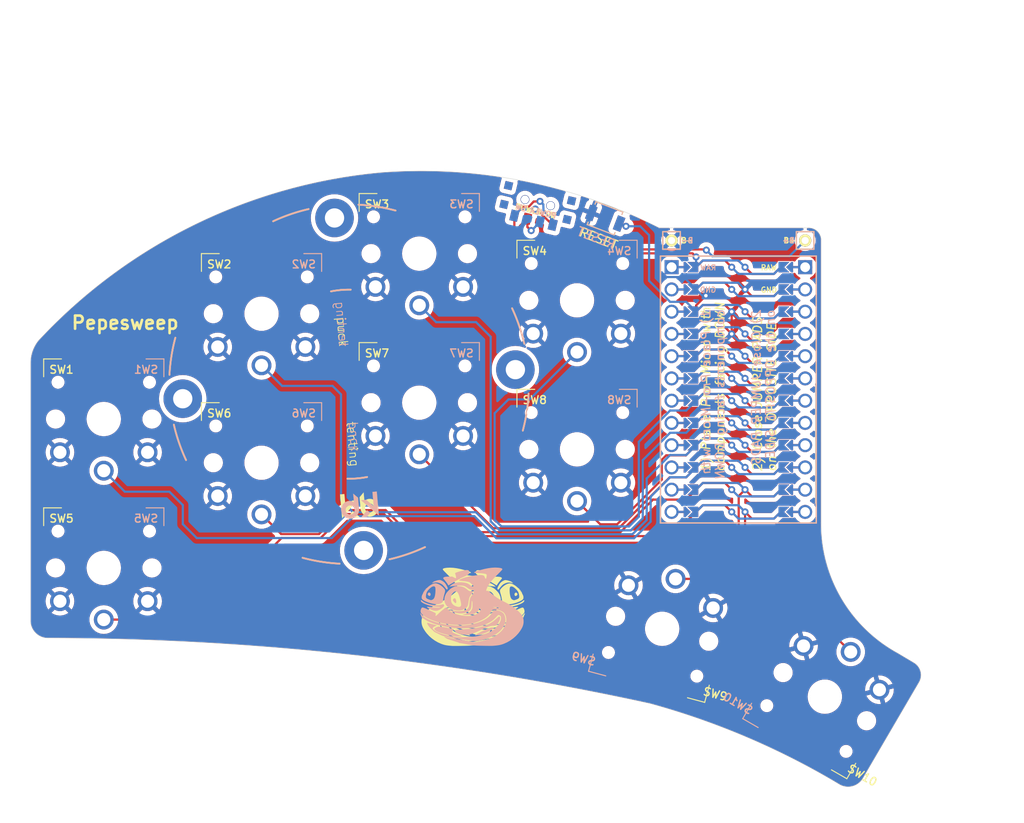
<source format=kicad_pcb>
(kicad_pcb (version 20221018) (generator pcbnew)
  (layers (0 "F.Cu" signal) (31 "B.Cu" signal) (34 "B.Paste" user) (35 "F.Paste" user) (36 "B.SilkS" user "B.Silkscreen") (37 "F.SilkS" user "F.Silkscreen") (38 "B.Mask" user) (39 "F.Mask" user) (44 "Edge.Cuts" user))
  (net 0 "")
  (net 1 "gnd")
  (net 2 "vcc")
  (net 3 "Switch18")
  (net 4 "reset")
  (net 5 "Switch1")
  (net 6 "Switch2")
  (net 7 "Switch3")
  (net 8 "Switch4")
  (net 9 "Switch5")
  (net 10 "Switch6")
  (net 11 "Switch7")
  (net 12 "Switch8")
  (net 13 "Switch9")
  (net 14 "Switch10")
  (net 15 "Switch11")
  (net 16 "Switch12")
  (net 17 "Switch13")
  (net 18 "Switch14")
  (net 19 "Switch15")
  (net 20 "Switch16")
  (net 21 "Switch17")
  (net 22 "raw")
  (net 23 "BT+_r")
  (net 24 "Net-(SW_POWERR1-Pad1)")
  (footprint "kbd:1pin_conn" (layer "F.Cu") (at 107.110289 42.697489)
    (fp_text reference "B+")
    (fp_text value "MountingHole_Pad" hide)
  )
  (footprint "kbd:1pin_conn" (layer "F.Cu") (at 91.870289 42.697489)
    (fp_text reference "B-")
    (fp_text value "MountingHole_Pad" hide)
  )
  (footprint "* duckyb-collection:SW_PG1350_rev_DPB" (layer "F.Cu") (at 27.08 63.08)
    (fp_text reference "SW1" hide)
    (fp_text value "SW_Push" hide)
  )
  (footprint "* duckyb-collection:SW_PG1350_rev_DPB" (layer "F.Cu") (at 45.08 51.054)
    (fp_text reference "SW2" hide)
    (fp_text value "SW_Push" hide)
  )
  (footprint "* duckyb-collection:SW_PG1350_rev_DPB" (layer "F.Cu") (at 63.08 44.196)
    (fp_text reference "SW3" hide)
    (fp_text value "SW_Push" hide)
  )
  (footprint "* duckyb-collection:SW_PG1350_rev_DPB" (layer "F.Cu") (at 81.08 49.53)
    (fp_text reference "SW4" hide)
    (fp_text value "SW_Push" hide)
  )
  (footprint "* duckyb-collection:SW_PG1350_rev_DPB" (layer "F.Cu") (at 27.08 80.08)
    (fp_text reference "SW5" hide)
    (fp_text value "SW_Push" hide)
  )
  (footprint "* duckyb-collection:SW_PG1350_rev_DPB" (layer "F.Cu") (at 45.08 68.072)
    (fp_text reference "SW6" hide)
    (fp_text value "SW_Push" hide)
  )
  (footprint "* duckyb-collection:SW_PG1350_rev_DPB" (layer "F.Cu") (at 63.08 61.214)
    (fp_text reference "SW7" hide)
    (fp_text value "SW_Push" hide)
  )
  (footprint "* duckyb-collection:SW_PG1350_rev_DPB" (layer "F.Cu") (at 81.08 66.548)
    (fp_text reference "SW8" hide)
    (fp_text value "SW_Push" hide)
  )
  (footprint "* duckyb-collection:SW_PG1350_rev_DPB" (layer "F.Cu") (at 109.356 94.78 150)
    (fp_text reference "SW10" hide)
    (fp_text value "SW_Push" hide)
  )
  (footprint "* duckyb-collection:SW_PG1350_rev_DPB" (layer "F.Cu") (at 90.796 87.03 165)
    (fp_text reference "SW9" hide)
    (fp_text value "SW_Push" hide)
  )
  (footprint "* duckyb-collection:ProMicro_jumpers_facedown" (layer "F.Cu") (at 99.490289 59.715489 -90)
    (fp_text reference "U1" hide)
    (fp_text value "ProMicro-kbd" hide)
  )
  (footprint "kbd:Tenting_Puck2" (layer "F.Cu") (at 55.069683 59.102491 5)
    (fp_text reference "REF**")
    (fp_text value "Tenting Puck")
  )
  (footprint "Kailh:SPDT_C128955" (layer "F.Cu") (at 76.601445 38.369832 -13.5)
    (fp_text reference "POWER SW")
    (fp_text value "SW_SPDT")
  )
  (footprint "* duckyb-collection:Tactile-Switch_SMT" (layer "F.Cu") (at 84.292912 40.160791 -21)
    (fp_text reference "RSW2" hide)
    (fp_text value "SW_Push")
  )
  (footprint "pepesweep:pepega_back" (layer "F.Cu") (at 69.16 84.42)
    (fp_text reference "G***" hide)
    (fp_text value "LOGO" hide)
  )
  (footprint "pepesweep:pepega_back" (layer "B.Cu") (at 69.16 84.41 180)
    (fp_text reference "G***" hide)
    (fp_text value "LOGO" hide)
  )
  (gr_line (start 18.73 56.74) (end 18.730254 86.245024) (stroke (width 0.05)) (layer "Edge.Cuts"))
  (gr_arc (start 89.409134 95.561946) (mid 100.486488 99.421597) (end 110.938 104.748) (stroke (width 0.05)) (layer "Edge.Cuts"))
  (gr_arc (start 113.67 104.149265) (mid 112.428995 105.01898) (end 110.938 104.748) (stroke (width 0.05)) (layer "Edge.Cuts"))
  (gr_arc (start 20.768 88.081119) (mid 55.288442 89.987554) (end 89.409134 95.561946) (stroke (width 0.05)) (layer "Edge.Cuts"))
  (gr_arc (start 20.768 88.081119) (mid 19.380573 87.572102) (end 18.730254 86.245024) (stroke (width 0.05)) (layer "Edge.Cuts"))
  (gr_line (start 120.110351 93.121632) (end 113.67 104.149265) (stroke (width 0.05)) (layer "Edge.Cuts"))
  (gr_line (start 108.253289 59.207489) (end 108.265289 66.573489) (stroke (width 0.05)) (layer "Edge.Cuts"))
  (gr_line (start 108.265289 66.573489) (end 108.253289 72.711339) (stroke (width 0.05)) (layer "Edge.Cuts"))
  (gr_arc (start 18.73 56.74) (mid 18.94824 55.351626) (end 19.62457 54.119641) (stroke (width 0.05)) (layer "Edge.Cuts"))
  (gr_arc (start 107.52 41.25) (mid 108.475327 41.617301) (end 108.931644 42.533452) (stroke (width 0.05)) (layer "Edge.Cuts"))
  (gr_line (start 90.45573 41.248951) (end 107.52 41.25) (stroke (width 0.05)) (layer "Edge.Cuts"))
  (gr_arc (start 117.640015 89.781816) (mid 111.249762 83.566916) (end 108.93 74.96) (stroke (width 0.05)) (layer "Edge.Cuts"))
  (gr_line (start 108.931644 42.533452) (end 108.93 74.96) (stroke (width 0.05)) (layer "Edge.Cuts"))
  (gr_arc (start 58.763469 34.92765) (mid 75.042208 35.919389) (end 90.45573 41.248951) (stroke (width 0.05)) (layer "Edge.Cuts"))
  (gr_arc (start 19.624571 54.119642) (mid 37.417336 40.900392) (end 58.763469 34.92765) (stroke (width 0.05)) (layer "Edge.Cuts"))
  (gr_arc (start 119.521083 90.900942) (mid 120.271172 91.89043) (end 120.110351 93.121632) (stroke (width 0.05)) (layer "Edge.Cuts"))
  (gr_line (start 119.521083 90.900942) (end 117.640015 89.781816) (stroke (width 0.05)) (layer "Edge.Cuts"))
  (gr_text "RAW" (at 97.019259 45.796289) (layer "B.SilkS") (effects (font (size 0.6 0.6) (thickness 0.12)) (justify left mirror)))
  (gr_text "B-" (at 93.648289 42.697489) (layer "B.SilkS") (effects (font (size 0.6 0.6)) (justify mirror)))
  (gr_text "2) Close JUMPER PADS\non the OPPOSITE SIDE" (at 102.335089 50.469889 90) (layer "B.SilkS") (effects (font (size 1 1) (thickness 0.15) italic) (justify left mirror)))
  (gr_text "GND" (at 97.019259 48.336289) (layer "B.SilkS") (effects (font (size 0.6 0.6) (thickness 0.12)) (justify left mirror)))
  (gr_text "1) Place Pro-Micro with\ncomponents facing DOWN" (at 96.594689 50.469889 90) (layer "B.SilkS") (effects (font (size 1 1) (thickness 0.15) italic) (justify left mirror)))
  (gr_text "B+" (at 105.205289 42.697489) (layer "B.SilkS") (effects (font (size 0.6 0.6)) (justify mirror)))
  (gr_text "1) Place Pro-Micro with\ncomponents facing DOWN" (at 96.594689 69.164289 90) (layer "F.SilkS") (effects (font (size 1 1) (thickness 0.15) italic) (justify left)))
  (gr_text "Pepesweep" (at 29.52 52.09) (layer "F.SilkS") (effects (font (size 1.5 1.5) (thickness 0.3))))
  (gr_text "GND" (at 101.979489 48.336289) (layer "F.SilkS") (effects (font (size 0.6 0.6) (thickness 0.12)) (justify left)))
  (gr_text "2) Close JUMPER PADS\non the OPPOSITE SIDE" (at 102.487489 69.164289 90) (layer "F.SilkS") (effects (font (size 1 1) (thickness 0.15) italic) (justify left)))
  (gr_text "RAW" (at 101.979489 45.796289) (layer "F.SilkS") (effects (font (size 0.6 0.6) (thickness 0.12)) (justify left)))
  (segment (start 94.664289 50.114289) (end 95.781889 48.996689) (width 0.25) (layer "F.Cu") (net 1))
  (segment (start 98.728289 53.365489) (end 98.728289 50.825489) (width 0.25) (layer "F.Cu") (net 1))
  (segment (start 94.664289 50.825489) (end 94.664289 50.114289) (width 0.25) (layer "F.Cu") (net 1))
  (via (at 95.781889 48.996689) (size 0.8) (drill 0.4) (layers "F.Cu" "B.Cu") (net 1))
  (segment (start 93.2488 46.87) (end 91.28 46.87) (width 0.25) (layer "B.Cu") (net 1))
  (segment (start 90.745778 43.822) (end 91.870289 42.697489) (width 0.25) (layer "B.Cu") (net 1))
  (segment (start 95.375489 48.996689) (end 94.664289 48.285489) (width 0.25) (layer "B.Cu") (net 1))
  (segment (start 91.28 46.87) (end 90.745778 46.335778) (width 0.25) (layer "B.Cu") (net 1))
  (segment (start 94.664289 48.285489) (end 93.2488 46.87) (width 0.25) (layer "B.Cu") (net 1))
  (segment (start 95.781889 48.996689) (end 95.375489 48.996689) (width 0.25) (layer "B.Cu") (net 1))
  (segment (start 90.205489 46.030289) (end 90.205489 43.516511) (width 0.25) (layer "B.Cu") (net 1))
  (segment (start 86.664227 41.071022) (end 85.88 40.77) (width 0.25) (layer "F.Cu") (net 4))
  (via (at 86.664227 41.071022) (size 0.8) (drill 0.4) (layers "F.Cu" "B.Cu") (net 4))
  (segment (start 89.3 47.299078) (end 91.701411 49.700489) (width 0.25) (layer "B.Cu") (net 4))
  (segment (start 85.88 40.77) (end 86.664227 41.071022) (width 0.25) (layer "B.Cu") (net 4))
  (segment (start 89.3 42.09) (end 89.3 47.299078) (width 0.25) (layer "B.Cu") (net 4))
  (segment (start 91.701411 49.700489) (end 93.539289 49.700489) (width 0.25) (layer "B.Cu") (net 4))
  (segment (start 93.539289 49.700489) (end 94.664289 50.825489) (width 0.25) (layer "B.Cu") (net 4))
  (segment (start 88.281022 41.071022) (end 89.3 42.09) (width 0.25) (layer "B.Cu") (net 4))
  (segment (start 86.664227 41.071022) (end 88.281022 41.071022) (width 0.25) (layer "B.Cu") (net 4))
  (segment (start 71.516 75.55) (end 85.84 75.55) (width 0.25) (layer "F.Cu") (net 5))
  (segment (start 91.659511 69.730489) (end 93.539289 69.730489) (width 0.25) (layer "F.Cu") (net 5))
  (segment (start 85.84 75.55) (end 91.659511 69.730489) (width 0.25) (layer "F.Cu") (net 5))
  (segment (start 63.08 67.114) (end 71.516 75.55) (width 0.25) (layer "F.Cu") (net 5))
  (segment (start 93.539289 69.730489) (end 94.664289 68.605489) (width 0.25) (layer "F.Cu") (net 5))
  (segment (start 71.23 74.77) (end 72.25 75.79) (width 0.25) (layer "B.Cu") (net 6))
  (segment (start 91.701411 64.650489) (end 93.539289 64.650489) (width 0.25) (layer "B.Cu") (net 6))
  (segment (start 87.21 75.79) (end 88.58 74.42) (width 0.25) (layer "B.Cu") (net 6))
  (segment (start 69.56 52.02) (end 71.23 53.69) (width 0.25) (layer "B.Cu") (net 6))
  (segment (start 93.539289 64.650489) (end 94.664289 63.525489) (width 0.25) (layer "B.Cu") (net 6))
  (segment (start 71.23 53.69) (end 71.23 74.77) (width 0.25) (layer "B.Cu") (net 6))
  (segment (start 88.58 74.42) (end 88.58 67.7719) (width 0.25) (layer "B.Cu") (net 6))
  (segment (start 63.08 50.096) (end 65.004 52.02) (width 0.25) (layer "B.Cu") (net 6))
  (segment (start 88.58 67.7719) (end 91.701411 64.650489) (width 0.25) (layer "B.Cu") (net 6))
  (segment (start 72.25 75.79) (end 87.21 75.79) (width 0.25) (layer "B.Cu") (net 6))
  (segment (start 65.004 52.02) (end 69.56 52.02) (width 0.25) (layer "B.Cu") (net 6))
  (segment (start 71.68 74.57) (end 72.45 75.34) (width 0.25) (layer "B.Cu") (net 7))
  (segment (start 93.539289 62.110489) (end 94.664289 60.985489) (width 0.25) (layer "B.Cu") (net 7))
  (segment (start 72.45 75.34) (end 87.023604 75.34) (width 0.25) (layer "B.Cu") (net 7))
  (segment (start 73.26 60.84) (end 71.68 62.42) (width 0.25) (layer "B.Cu") (net 7))
  (segment (start 87.023604 75.34) (end 88.13 74.233604) (width 0.25) (layer "B.Cu") (net 7))
  (segment (start 81.08 55.43) (end 75.67 60.84) (width 0.25) (layer "B.Cu") (net 7))
  (segment (start 88.13 65.680489) (end 91.7 62.110489) (width 0.25) (layer "B.Cu") (net 7))
  (segment (start 71.68 62.42) (end 71.68 74.57) (width 0.25) (layer "B.Cu") (net 7))
  (segment (start 91.7 62.110489) (end 93.539289 62.110489) (width 0.25) (layer "B.Cu") (net 7))
  (segment (start 88.13 74.233604) (end 88.13 65.680489) (width 0.25) (layer "B.Cu") (net 7))
  (segment (start 75.67 60.84) (end 73.26 60.84) (width 0.25) (layer "B.Cu") (net 7))
  (segment (start 91.701411 67.190489) (end 93.539289 67.190489) (width 0.25) (layer "B.Cu") (net 10))
  (segment (start 93.539289 67.190489) (end 94.664289 66.065489) (width 0.25) (layer "B.Cu") (net 10))
  (segment (start 45.08 56.954) (end 47.426 59.3) (width 0.25) (layer "B.Cu") (net 10))
  (segment (start 54.15 72.35) (end 55.52 73.72) (width 0.25) (layer "B.Cu") (net 10))
  (segment (start 54.15 60.27) (end 54.15 72.35) (width 0.25) (layer "B.Cu") (net 10))
  (segment (start 55.52 73.72) (end 69.543604 73.72) (width 0.25) (layer "B.Cu") (net 10))
  (segment (start 89.03 69.8619) (end 91.701411 67.190489) (width 0.25) (layer "B.Cu") (net 10))
  (segment (start 69.543604 73.72) (end 72.063604 76.24) (width 0.25) (layer "B.Cu") (net 10))
  (segment (start 47.426 59.3) (end 53.18 59.3) (width 0.25) (layer "B.Cu") (net 10))
  (segment (start 72.063604 76.24) (end 87.4 76.24) (width 0.25) (layer "B.Cu") (net 10))
  (segment (start 53.18 59.3) (end 54.15 60.27) (width 0.25) (layer "B.Cu") (net 10))
  (segment (start 89.03 74.61) (end 89.03 69.8619) (width 0.25) (layer "B.Cu") (net 10))
  (segment (start 87.4 76.24) (end 89.03 74.61) (width 0.25) (layer "B.Cu") (net 10))
  (segment (start 89.48 74.796396) (end 89.48 71.9519) (width 0.25) (layer "B.Cu") (net 11))
  (segment (start 36.1 72.91) (end 36.1 75.08) (width 0.25) (layer "B.Cu") (net 11))
  (segment (start 53.1 76.67) (end 55.6 74.17) (width 0.25) (layer "B.Cu") (net 11))
  (segment (start 93.539289 69.730489) (end 94.664289 68.605489) (width 0.25) (layer "B.Cu") (net 11))
  (segment (start 69.357208 74.17) (end 71.877208 76.69) (width 0.25) (layer "B.Cu") (net 11))
  (segment (start 71.877208 76.69) (end 87.586396 76.69) (width 0.25) (layer "B.Cu") (net 11))
  (segment (start 36.1 75.08) (end 37.69 76.67) (width 0.25) (layer "B.Cu") (net 11))
  (segment (start 55.6 74.17) (end 69.357208 74.17) (width 0.25) (layer "B.Cu") (net 11))
  (segment (start 27.08 68.98) (end 29.48 71.38) (width 0.25) (layer "B.Cu") (net 11))
  (segment (start 29.48 71.38) (end 34.57 71.38) (width 0.25) (layer "B.Cu") (net 11))
  (segment (start 89.48 71.9519) (end 91.701411 69.730489) (width 0.25) (layer "B.Cu") (net 11))
  (segment (start 87.586396 76.69) (end 89.48 74.796396) (width 0.25) (layer "B.Cu") (net 11))
  (segment (start 91.701411 69.730489) (end 93.539289 69.730489) (width 0.25) (layer "B.Cu") (net 11))
  (segment (start 37.69 76.67) (end 53.1 76.67) (width 0.25) (layer "B.Cu") (net 11))
  (segment (start 34.57 71.38) (end 36.1 72.91) (width 0.25) (layer "B.Cu") (net 11))
  (segment (start 100.252289 71.145489) (end 99.527289 71.870489) (width 0.25) (layer "F.Cu") (net 12))
  (segment (start 99.527289 77.795) (end 95.991251 81.331038) (width 0.25) (layer "F.Cu") (net 12))
  (segment (start 99.527289 71.870489) (end 99.527289 77.795) (width 0.25) (layer "F.Cu") (net 12))
  (segment (start 95.991251 81.331038) (end 92.323032 81.331038) (width 0.25) (layer "F.Cu") (net 12))
  (segment (start 112.306 89.67045) (end 100.252289 77.616739) (width 0.25) (layer "F.Cu") (net 13))
  (segment (start 100.252289 77.616739) (end 100.252289 73.685489) (width 0.25) (layer "F.Cu") (net 13))
  (segment (start 85.653604 75.1) (end 90.745289 70.008315) (width 0.25) (layer "F.Cu") (net 19))
  (segment (start 81.08 72.448) (end 83.732 75.1) (width 0.25) (layer "F.Cu") (net 19))
  (segment (start 90.745289 70.008315) (end 90.745289 67.7401) (width 0.25) (layer "F.Cu") (net 19))
  (segment (start 93.49985 67.229928) (end 94.664289 66.065489) (width 0.25) (layer "F.Cu") (net 19))
  (segment (start 83.732 75.1) (end 85.653604 75.1) (width 0.25) (layer "F.Cu") (net 19))
  (segment (start 90.745289 67.7401) (end 91.255461 67.229928) (width 0.25) (layer "F.Cu") (net 19))
  (segment (start 91.255461 67.229928) (end 93.49985 67.229928) (width 0.25) (layer "F.Cu") (net 19))
  (segment (start 89.748198 72.278198) (end 89.75 72.28) (width 0.25) (layer "F.Cu") (net 20))
  (segment (start 47.328 76.22) (end 51.63 76.22) (width 0.25) (layer "F.Cu") (net 20))
  (segment (start 93.529778 72.28) (end 94.664289 71.145489) (width 0.25) (layer "F.Cu") (net 20))
  (segment (start 59.24 73.48) (end 61.76 76) (width 0.25) (layer "F.Cu") (net 20))
  (segment (start 54.37 73.48) (end 59.24 73.48) (width 0.25) (layer "F.Cu") (net 20))
  (segment (start 86.026396 76) (end 89.748198 72.278198) (width 0.25) (layer "F.Cu") (net 20))
  (segment (start 89.75 72.28) (end 93.529778 72.28) (width 0.25) (layer "F.Cu") (net 20))
  (segment (start 51.63 76.22) (end 54.37 73.48) (width 0.25) (layer "F.Cu") (net 20))
  (segment (start 45.08 73.972) (end 47.328 76.22) (width 0.25) (layer "F.Cu") (net 20))
  (segment (start 61.76 76) (end 86.026396 76) (width 0.25) (layer "F.Cu") (net 20))
  (segment (start 91.899778 76.45) (end 61.573604 76.45) (width 0.25) (layer "F.Cu") (net 21))
  (segment (start 54.556396 73.93) (end 51.816396 76.67) (width 0.25) (layer "F.Cu") (net 21))
  (segment (start 47.37 76.67) (end 38.06 85.98) (width 0.25) (layer "F.Cu") (net 21))
  (segment (start 94.664289 73.685489) (end 91.899778 76.45) (width 0.25) (layer "F.Cu") (net 21))
  (segment (start 51.816396 76.67) (end 47.37 76.67) (width 0.25) (layer "F.Cu") (net 21))
  (segment (start 61.573604 76.45) (end 59.053604 73.93) (width 0.25) (layer "F.Cu") (net 21))
  (segment (start 38.06 85.98) (end 27.08 85.98) (width 0.25) (layer "F.Cu") (net 21))
  (segment (start 59.053604 73.93) (end 54.556396 73.93) (width 0.25) (layer "F.Cu") (net 21))
  (segment (start 27.08 85.98) (end 27.08 85.0864) (width 0.25) (layer "F.Cu") (net 21))
  (segment (start 73.929214 42.10561) (end 75.9895 44.165896) (width 0.25) (layer "F.Cu") (net 22))
  (segment (start 94.253096 44.165896) (end 94.664289 44.577089) (width 0.25) (layer "F.Cu") (net 22))
  (segment (start 74.865274 38.858446) (end 75.587688 38.833218) (width 0.25) (layer "F.Cu") (net 22))
  (segment (start 75.9895 44.165896) (end 94.253096 44.165896) (width 0.25) (layer "F.Cu") (net 22))
  (segment (start 73.929214 39.862248) (end 73.929214 42.10561) (width 0.25) (layer "F.Cu") (net 22))
  (segment (start 75.587688 38.833218) (end 76.131176 38.250398) (width 0.25) (layer "F.Cu") (net 22))
  (segment (start 73.818845 39.980603) (end 73.929213 39.862248) (width 0.25) (layer "F.Cu") (net 22))
  (segment (start 76.131176 38.250398) (end 76.850552 38.225278) (width 0.25) (layer "F.Cu") (net 22))
  (segment (start 73.929213 39.862248) (end 74.865274 38.858446) (width 0.25) (layer "F.Cu") (net 22))
  (via (at 76.850552 38.225278) (size 0.8) (drill 0.4) (layers "F.Cu" "B.Cu") (net 22))
  (via (at 94.664289 44.577089) (size 0.8) (drill 0.4) (layers "F.Cu" "B.Cu") (net 22))
  (segment (start 76.850552 38.225278) (end 77.230058 38.579173) (width 0.25) (layer "B.Cu") (net 22))
  (segment (start 94.664289 44.577089) (end 94.664289 45.745489) (width 0.25) (layer "B.Cu") (net 22))
  (segment (start 77.230058 38.579173) (end 77.255478 39.307084) (width 0.25) (layer "B.Cu") (net 22))
  (segment (start 78.282242 40.264559) (end 78.304878 40.912752) (width 0.25) (layer "B.Cu") (net 22))
  (segment (start 77.255478 39.307084) (end 78.282242 40.264559) (width 0.25) (layer "B.Cu") (net 22))
  (segment (start 74.57 42.11) (end 76.175896 43.715896) (width 0.25) (layer "F.Cu") (net 23))
  (segment (start 76.175896 43.715896) (end 95.752681 43.715896) (width 0.25) (layer "F.Cu") (net 23))
  (segment (start 75.421045 41.165316) (end 75.848871 41.56427) (width 0.25) (layer "F.Cu") (net 23))
  (segment (start 75.387768 40.212414) (end 75.421045 41.165316) (width 0.25) (layer "F.Cu") (net 23))
  (segment (start 95.752681 43.715896) (end 95.832689 43.795904) (width 0.25) (layer "F.Cu") (net 23))
  (segment (start 75.387769 40.212415) (end 74.57 41.030184) (width 0.25) (layer "F.Cu") (net 23))
  (segment (start 74.57 41.030184) (end 74.57 42.11) (width 0.25) (layer "F.Cu") (net 23))
  (via (at 95.832689 43.795904) (size 0.8) (drill 0.4) (layers "F.Cu" "B.Cu") (net 23))
  (via (at 75.848871 41.56427) (size 0.8) (drill 0.4) (layers "F.Cu" "B.Cu") (net 23))
  (segment (start 95.832689 43.795904) (end 96.512274 44.475489) (width 0.25) (layer "B.Cu") (net 23))
  (segment (start 105.332289 44.475489) (end 107.110289 42.697489) (width 0.25) (layer "B.Cu") (net 23))
  (segment (start 75.848871 41.56427) (end 75.914368 41.561982) (width 0.25) (layer "B.Cu") (net 23))
  (segment (start 75.914368 41.561982) (end 76.846323 40.562583) (width 0.25) (layer "B.Cu") (net 23))
  (segment (start 96.512274 44.475489) (end 105.332289 44.475489) (width 0.25) (layer "B.Cu") (net 23))
  (segment (start 76.36766 39.106267) (end 78.304878 40.912752) (width 0.25) (layer "F.Cu") (net 24))
  (segment (start 76.322231 39.107853) (end 76.36766 39.106267) (width 0.25) (layer "F.Cu") (net 24))
  (via (at 76.322231 39.107853) (size 0.8) (drill 0.4) (layers "F.Cu" "B.Cu") (net 24))
  (segment (start 74.575828 39.168839) (end 76.322231 39.107853) (width 0.25) (layer "B.Cu") (net 24))
  (segment (start 73.929213 39.862248) (end 74.575828 39.168839) (width 0.25) (layer "B.Cu") (net 24))
  (zone (net 1) (net_name "gnd") (layers "F&B.Cu") (connect_pads (clearance 0.508)) (min_thickness 0.254) (fill yes (thermal_gap 0.508) (thermal_bridge_width 0.508) (island_removal_mode 1) (island_area_min 0))
    (polygon (pts (xy 15.24 15.24) (xy 132.08 15.24) (xy 132.08 109.22) (xy 15.24 109.22)))
  )
)
</source>
